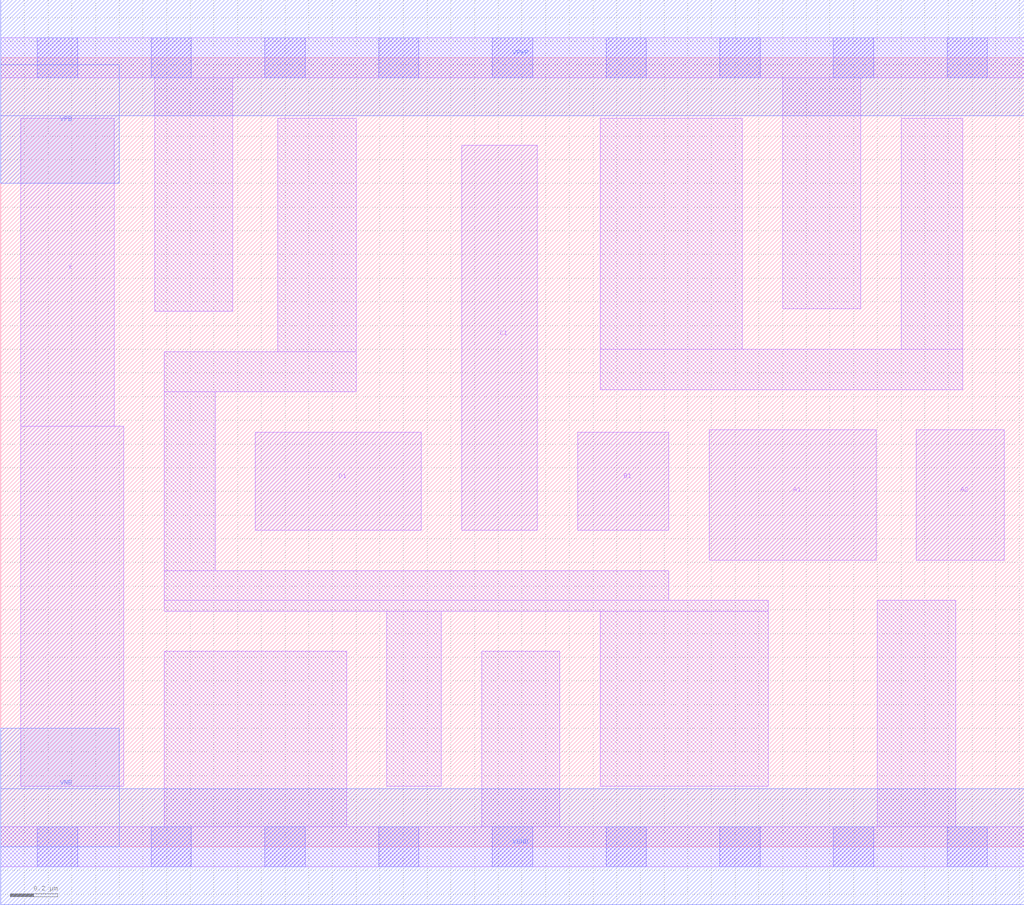
<source format=lef>
# Copyright 2020 The SkyWater PDK Authors
#
# Licensed under the Apache License, Version 2.0 (the "License");
# you may not use this file except in compliance with the License.
# You may obtain a copy of the License at
#
#     https://www.apache.org/licenses/LICENSE-2.0
#
# Unless required by applicable law or agreed to in writing, software
# distributed under the License is distributed on an "AS IS" BASIS,
# WITHOUT WARRANTIES OR CONDITIONS OF ANY KIND, either express or implied.
# See the License for the specific language governing permissions and
# limitations under the License.
#
# SPDX-License-Identifier: Apache-2.0

VERSION 5.5 ;
NAMESCASESENSITIVE ON ;
BUSBITCHARS "[]" ;
DIVIDERCHAR "/" ;
MACRO sky130_fd_sc_lp__a2111o_1
  CLASS CORE ;
  SOURCE USER ;
  ORIGIN  0.000000  0.000000 ;
  SIZE  4.320000 BY  3.330000 ;
  SYMMETRY X Y R90 ;
  SITE unit ;
  PIN A1
    ANTENNAGATEAREA  0.315000 ;
    DIRECTION INPUT ;
    USE SIGNAL ;
    PORT
      LAYER li1 ;
        RECT 2.990000 1.210000 3.695000 1.760000 ;
    END
  END A1
  PIN A2
    ANTENNAGATEAREA  0.315000 ;
    DIRECTION INPUT ;
    USE SIGNAL ;
    PORT
      LAYER li1 ;
        RECT 3.865000 1.210000 4.235000 1.760000 ;
    END
  END A2
  PIN B1
    ANTENNAGATEAREA  0.315000 ;
    DIRECTION INPUT ;
    USE SIGNAL ;
    PORT
      LAYER li1 ;
        RECT 2.435000 1.335000 2.820000 1.750000 ;
    END
  END B1
  PIN C1
    ANTENNAGATEAREA  0.315000 ;
    DIRECTION INPUT ;
    USE SIGNAL ;
    PORT
      LAYER li1 ;
        RECT 1.945000 1.335000 2.265000 2.960000 ;
    END
  END C1
  PIN D1
    ANTENNAGATEAREA  0.315000 ;
    DIRECTION INPUT ;
    USE SIGNAL ;
    PORT
      LAYER li1 ;
        RECT 1.075000 1.335000 1.775000 1.750000 ;
    END
  END D1
  PIN X
    ANTENNADIFFAREA  0.556500 ;
    DIRECTION OUTPUT ;
    USE SIGNAL ;
    PORT
      LAYER li1 ;
        RECT 0.085000 0.255000 0.520000 1.775000 ;
        RECT 0.085000 1.775000 0.480000 3.075000 ;
    END
  END X
  PIN VGND
    DIRECTION INOUT ;
    USE GROUND ;
    PORT
      LAYER met1 ;
        RECT 0.000000 -0.245000 4.320000 0.245000 ;
    END
  END VGND
  PIN VNB
    DIRECTION INOUT ;
    USE GROUND ;
    PORT
      LAYER met1 ;
        RECT 0.000000 0.000000 0.500000 0.500000 ;
    END
  END VNB
  PIN VPB
    DIRECTION INOUT ;
    USE POWER ;
    PORT
      LAYER met1 ;
        RECT 0.000000 2.800000 0.500000 3.300000 ;
    END
  END VPB
  PIN VPWR
    DIRECTION INOUT ;
    USE POWER ;
    PORT
      LAYER met1 ;
        RECT 0.000000 3.085000 4.320000 3.575000 ;
    END
  END VPWR
  OBS
    LAYER li1 ;
      RECT 0.000000 -0.085000 4.320000 0.085000 ;
      RECT 0.000000  3.245000 4.320000 3.415000 ;
      RECT 0.650000  2.260000 0.980000 3.245000 ;
      RECT 0.690000  0.085000 1.460000 0.825000 ;
      RECT 0.690000  0.995000 3.240000 1.040000 ;
      RECT 0.690000  1.040000 2.820000 1.165000 ;
      RECT 0.690000  1.165000 0.905000 1.920000 ;
      RECT 0.690000  1.920000 1.500000 2.090000 ;
      RECT 1.170000  2.090000 1.500000 3.075000 ;
      RECT 1.630000  0.255000 1.860000 0.995000 ;
      RECT 2.030000  0.085000 2.360000 0.825000 ;
      RECT 2.530000  0.255000 3.240000 0.995000 ;
      RECT 2.530000  1.930000 4.060000 2.100000 ;
      RECT 2.530000  2.100000 3.130000 3.075000 ;
      RECT 3.300000  2.270000 3.630000 3.245000 ;
      RECT 3.700000  0.085000 4.030000 1.040000 ;
      RECT 3.800000  2.100000 4.060000 3.075000 ;
    LAYER mcon ;
      RECT 0.155000 -0.085000 0.325000 0.085000 ;
      RECT 0.155000  3.245000 0.325000 3.415000 ;
      RECT 0.635000 -0.085000 0.805000 0.085000 ;
      RECT 0.635000  3.245000 0.805000 3.415000 ;
      RECT 1.115000 -0.085000 1.285000 0.085000 ;
      RECT 1.115000  3.245000 1.285000 3.415000 ;
      RECT 1.595000 -0.085000 1.765000 0.085000 ;
      RECT 1.595000  3.245000 1.765000 3.415000 ;
      RECT 2.075000 -0.085000 2.245000 0.085000 ;
      RECT 2.075000  3.245000 2.245000 3.415000 ;
      RECT 2.555000 -0.085000 2.725000 0.085000 ;
      RECT 2.555000  3.245000 2.725000 3.415000 ;
      RECT 3.035000 -0.085000 3.205000 0.085000 ;
      RECT 3.035000  3.245000 3.205000 3.415000 ;
      RECT 3.515000 -0.085000 3.685000 0.085000 ;
      RECT 3.515000  3.245000 3.685000 3.415000 ;
      RECT 3.995000 -0.085000 4.165000 0.085000 ;
      RECT 3.995000  3.245000 4.165000 3.415000 ;
  END
END sky130_fd_sc_lp__a2111o_1

</source>
